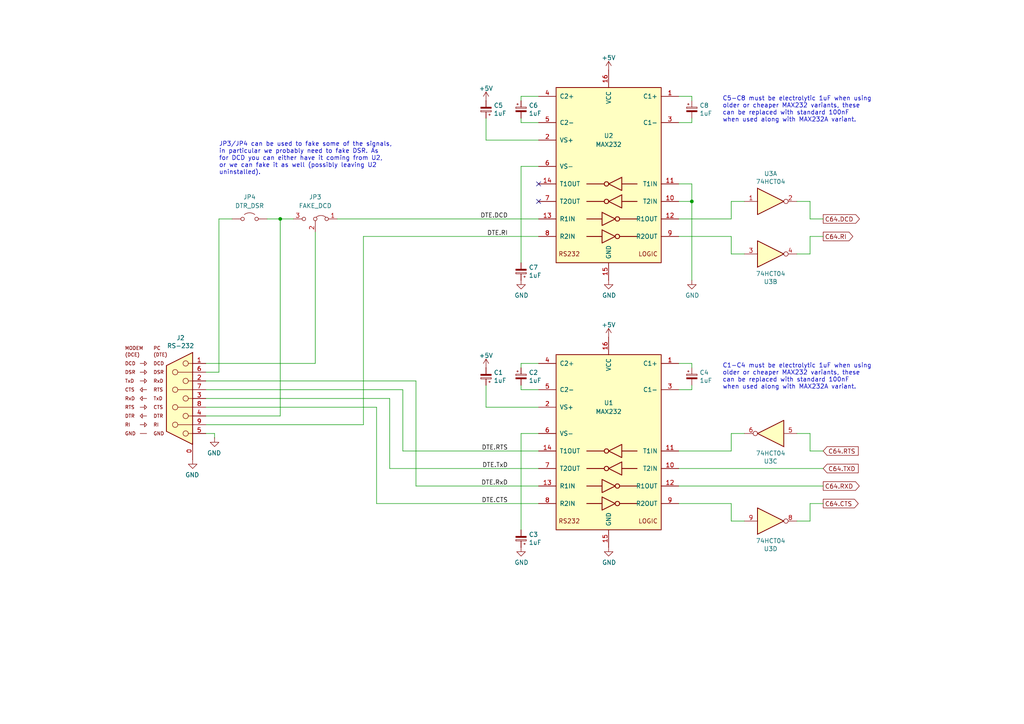
<source format=kicad_sch>
(kicad_sch (version 20231120) (generator "eeschema") (generator_version "8.0")
  (paper "A4")
  (lib_symbols
    (symbol "74xx:74HCT04"
      (property "Reference" "U" (at 0 1.27 0))
      (property "Value" "74HCT04" (at 0 -1.27 0))
      (symbol "74HCT04_1_0"
        (polyline (pts (xy -3.81 3.81) (xy -3.81 -3.81) (xy 3.81 0) (xy -3.81 3.81)) (stroke (width 0.254)) (fill (type background)))
        (pin input line (at -7.62 0 0) (length 3.81) (name "~") (number "1"))
        (pin output inverted (at 7.62 0 180) (length 3.81) (name "~") (number "2"))
      )
      (symbol "74HCT04_2_0"
        (polyline (pts (xy -3.81 3.81) (xy -3.81 -3.81) (xy 3.81 0) (xy -3.81 3.81)) (stroke (width 0.254)) (fill (type background)))
        (pin input line (at -7.62 0 0) (length 3.81) (name "~") (number "3"))
        (pin output inverted (at 7.62 0 180) (length 3.81) (name "~") (number "4"))
      )
      (symbol "74HCT04_3_0"
        (polyline (pts (xy -3.81 3.81) (xy -3.81 -3.81) (xy 3.81 0) (xy -3.81 3.81)) (stroke (width 0.254)) (fill (type background)))
        (pin input line (at -7.62 0 0) (length 3.81) (name "~") (number "5"))
        (pin output inverted (at 7.62 0 180) (length 3.81) (name "~") (number "6"))
      )
      (symbol "74HCT04_4_0"
        (polyline (pts (xy -3.81 3.81) (xy -3.81 -3.81) (xy 3.81 0) (xy -3.81 3.81)) (stroke (width 0.254)) (fill (type background)))
        (pin output inverted (at 7.62 0 180) (length 3.81) (name "~") (number "8"))
        (pin input line (at -7.62 0 0) (length 3.81) (name "~") (number "9"))
      )
      (symbol "74HCT04_5_0"
        (polyline (pts (xy -3.81 3.81) (xy -3.81 -3.81) (xy 3.81 0) (xy -3.81 3.81)) (stroke (width 0.254)) (fill (type background)))
        (pin output inverted (at 7.62 0 180) (length 3.81) (name "~") (number "10"))
        (pin input line (at -7.62 0 0) (length 3.81) (name "~") (number "11"))
      )
      (symbol "74HCT04_6_0"
        (polyline (pts (xy -3.81 3.81) (xy -3.81 -3.81) (xy 3.81 0) (xy -3.81 3.81)) (stroke (width 0.254)) (fill (type background)))
        (pin output inverted (at 7.62 0 180) (length 3.81) (name "~") (number "12"))
        (pin input line (at -7.62 0 0) (length 3.81) (name "~") (number "13"))
      )
      (symbol "74HCT04_7_0"
        (pin power_in line (at 0 12.7 270) (length 5.08) (name "VCC") (number "14"))
        (pin power_in line (at 0 -12.7 90) (length 5.08) (name "GND") (number "7"))
      )
      (symbol "74HCT04_7_1"
        (rectangle (start -5.08 7.62) (end 5.08 -7.62) (stroke (width 0.254)) (fill (type background)))
      )
    )
    (symbol "Device:C_Polarized_Small" (pin_numbers hide) (pin_names (offset 0.254) hide)
      (property "Reference" "C" (at 0.254 1.778 0))
      (property "Value" "C_Polarized_Small" (at 0.254 -2.032 0))
      (symbol "C_Polarized_Small_0_1"
        (rectangle (start -1.524 -0.3048) (end 1.524 -0.6858) (fill (type outline)))
        (rectangle (start -1.524 0.6858) (end 1.524 0.3048))
        (polyline (pts (xy -1.27 1.524) (xy -0.762 1.524)))
        (polyline (pts (xy -1.016 1.27) (xy -1.016 1.778)))
      )
      (symbol "C_Polarized_Small_1_1"
        (pin passive line (at 0 2.54 270) (length 1.8542) (name "~") (number "1"))
        (pin passive line (at 0 -2.54 90) (length 1.8542) (name "~") (number "2"))
      )
    )
    (symbol "Interface_UART:MAX232" (pin_names (offset 1.016))
      (property "Reference" "U" (at -2.54 28.575 0))
      (property "Value" "MAX232" (at -2.54 26.67 0))
      (symbol "MAX232_0_0"
        (text "LOGIC" (at -11.43 -22.86 0) (effects (font (size 1.27 1.27))))
        (text "RS232" (at 11.43 -22.86 0) (effects (font (size 1.27 1.27))))
      )
      (symbol "MAX232_0_1"
        (rectangle (start -15.24 -25.4) (end 15.24 25.4) (stroke (width 0.254)) (fill (type background)))
        (circle (center -2.54 -17.78) (radius 0.635) (stroke (width 0.254)))
        (circle (center -2.54 -12.7) (radius 0.635) (stroke (width 0.254)))
        (polyline (pts (xy -3.81 -7.62) (xy -8.255 -7.62)) (stroke (width 0.254)))
        (polyline (pts (xy -3.81 -2.54) (xy -8.255 -2.54)) (stroke (width 0.254)))
        (polyline (pts (xy -3.175 -17.78) (xy -8.255 -17.78)) (stroke (width 0.254)))
        (polyline (pts (xy -3.175 -12.7) (xy -8.255 -12.7)) (stroke (width 0.254)))
        (polyline (pts (xy 1.27 -7.62) (xy 6.35 -7.62)) (stroke (width 0.254)))
        (polyline (pts (xy 1.27 -2.54) (xy 6.35 -2.54)) (stroke (width 0.254)))
        (polyline (pts (xy 1.905 -17.78) (xy 6.35 -17.78)) (stroke (width 0.254)))
        (polyline (pts (xy 1.905 -12.7) (xy 6.35 -12.7)) (stroke (width 0.254)))
        (polyline (pts (xy -3.81 -5.715) (xy -3.81 -9.525) (xy 0 -7.62) (xy -3.81 -5.715)) (stroke (width 0.254)))
        (polyline (pts (xy -3.81 -0.635) (xy -3.81 -4.445) (xy 0 -2.54) (xy -3.81 -0.635)) (stroke (width 0.254)))
        (polyline (pts (xy 1.905 -15.875) (xy 1.905 -19.685) (xy -1.905 -17.78) (xy 1.905 -15.875)) (stroke (width 0.254)))
        (polyline (pts (xy 1.905 -10.795) (xy 1.905 -14.605) (xy -1.905 -12.7) (xy 1.905 -10.795)) (stroke (width 0.254)))
        (circle (center 0.635 -7.62) (radius 0.635) (stroke (width 0.254)))
        (circle (center 0.635 -2.54) (radius 0.635) (stroke (width 0.254)))
      )
      (symbol "MAX232_1_1"
        (pin passive line (at -20.32 22.86 0) (length 5.08) (name "C1+") (number "1"))
        (pin input line (at -20.32 -7.62 0) (length 5.08) (name "T2IN") (number "10"))
        (pin input line (at -20.32 -2.54 0) (length 5.08) (name "T1IN") (number "11"))
        (pin output line (at -20.32 -12.7 0) (length 5.08) (name "R1OUT") (number "12"))
        (pin input line (at 20.32 -12.7 180) (length 5.08) (name "R1IN") (number "13"))
        (pin output line (at 20.32 -2.54 180) (length 5.08) (name "T1OUT") (number "14"))
        (pin power_in line (at 0 -30.48 90) (length 5.08) (name "GND") (number "15"))
        (pin power_in line (at 0 30.48 270) (length 5.08) (name "VCC") (number "16"))
        (pin power_out line (at 20.32 10.16 180) (length 5.08) (name "VS+") (number "2"))
        (pin passive line (at -20.32 15.24 0) (length 5.08) (name "C1-") (number "3"))
        (pin passive line (at 20.32 22.86 180) (length 5.08) (name "C2+") (number "4"))
        (pin passive line (at 20.32 15.24 180) (length 5.08) (name "C2-") (number "5"))
        (pin power_out line (at 20.32 2.54 180) (length 5.08) (name "VS-") (number "6"))
        (pin output line (at 20.32 -7.62 180) (length 5.08) (name "T2OUT") (number "7"))
        (pin input line (at 20.32 -17.78 180) (length 5.08) (name "R2IN") (number "8"))
        (pin output line (at -20.32 -17.78 0) (length 5.08) (name "R2OUT") (number "9"))
      )
    )
    (symbol "Jumper:Jumper_2_Open" (pin_numbers hide) (pin_names (offset 0) hide) (exclude_from_sim yes)
      (property "Reference" "JP" (at 0 2.794 0))
      (property "Value" "Jumper_2_Open" (at 0 -2.286 0))
      (symbol "Jumper_2_Open_0_0"
        (circle (center -2.032 0) (radius 0.508))
        (circle (center 2.032 0) (radius 0.508))
      )
      (symbol "Jumper_2_Open_0_1"
        (arc (start 1.524 1.27) (mid 0 1.778) (end -1.524 1.27))
      )
      (symbol "Jumper_2_Open_1_1"
        (pin passive line (at -5.08 0 0) (length 2.54) (name "A") (number "1"))
        (pin passive line (at 5.08 0 180) (length 2.54) (name "B") (number "2"))
      )
    )
    (symbol "Jumper:Jumper_3_Bridged12" (pin_names (offset 0) hide) (exclude_from_sim yes) (in_bom no)
      (property "Reference" "JP" (at -2.54 -2.54 0))
      (property "Value" "Jumper_3_Bridged12" (at 0 2.794 0))
      (symbol "Jumper_3_Bridged12_0_0"
        (circle (center -3.302 0) (radius 0.508))
        (circle (center 0 0) (radius 0.508))
        (circle (center 3.302 0) (radius 0.508))
      )
      (symbol "Jumper_3_Bridged12_0_1"
        (arc (start -0.254 0.508) (mid -1.651 0.9912) (end -3.048 0.508))
        (polyline (pts (xy 0 -1.27) (xy 0 -0.508)))
      )
      (symbol "Jumper_3_Bridged12_1_1"
        (pin passive line (at -6.35 0 0) (length 2.54) (name "A") (number "1"))
        (pin passive line (at 0 -3.81 90) (length 2.54) (name "C") (number "2"))
        (pin passive line (at 6.35 0 180) (length 2.54) (name "B") (number "3"))
      )
    )
    (symbol "power:+5V" (power) (pin_numbers hide) (pin_names (offset 0) hide)
      (property "Value" "+5V" (at 0 3.556 0))
      (symbol "+5V_0_1"
        (polyline (pts (xy -0.762 1.27) (xy 0 2.54)))
        (polyline (pts (xy 0 0) (xy 0 2.54)))
        (polyline (pts (xy 0 2.54) (xy 0.762 1.27)))
      )
      (symbol "+5V_1_1"
        (pin power_in line (at 0 0 90) (length 0) (name "~") (number "1"))
      )
    )
    (symbol "power:GND" (power) (pin_numbers hide) (pin_names (offset 0) hide)
      (property "Value" "GND" (at 0 -3.81 0))
      (symbol "GND_0_1"
        (polyline (pts (xy 0 0) (xy 0 -1.27) (xy 1.27 -1.27) (xy 0 -2.54) (xy -1.27 -1.27) (xy 0 -1.27)))
      )
      (symbol "GND_1_1"
        (pin power_in line (at 0 0 270) (length 0) (name "~") (number "1"))
      )
    )
    (symbol "rs232_port:RS232_DTE" (pin_names (offset 1.016) hide)
      (property "Reference" "J" (at 0 13.97 0))
      (property "Value" "RS232_DTE" (at 2.794 -14.986 0))
      (symbol "RS232_DTE_0_0"
        (text "DSR" (at 15.875 7.62 0) (effects (font (size 0.9906 0.9906)) (justify right)))
      )
      (symbol "RS232_DTE_0_1"
        (circle (center -1.778 -10.16) (radius 0.762))
        (circle (center -1.778 -5.08) (radius 0.762))
        (circle (center -1.778 0) (radius 0.762))
        (circle (center -1.778 5.08) (radius 0.762))
        (circle (center -1.778 10.16) (radius 0.762))
        (polyline (pts (xy -3.81 -10.16) (xy -2.54 -10.16)))
        (polyline (pts (xy -3.81 -7.62) (xy 0.508 -7.62)))
        (polyline (pts (xy -3.81 -5.08) (xy -2.54 -5.08)))
        (polyline (pts (xy -3.81 -2.54) (xy 0.508 -2.54)))
        (polyline (pts (xy -3.81 0) (xy -2.54 0)))
        (polyline (pts (xy -3.81 2.54) (xy 0.508 2.54)))
        (polyline (pts (xy -3.81 5.08) (xy -2.54 5.08)))
        (polyline (pts (xy -3.81 7.62) (xy 0.508 7.62)))
        (polyline (pts (xy -3.81 10.16) (xy -2.54 10.16)))
        (polyline (pts (xy -3.81 13.335) (xy -3.81 -13.335) (xy 3.81 -9.525) (xy 3.81 9.525) (xy -3.81 13.335)) (stroke (width 0.254)) (fill (type background)))
        (circle (center 1.27 -7.62) (radius 0.762))
        (circle (center 1.27 -2.54) (radius 0.762))
        (circle (center 1.27 2.54) (radius 0.762))
        (circle (center 1.27 7.62) (radius 0.762))
      )
      (symbol "RS232_DTE_1_1"
        (polyline (pts (xy 10.16 -7.62) (xy 11.43 -7.62)))
        (polyline (pts (xy 10.16 -2.54) (xy 11.43 -2.54)))
        (polyline (pts (xy 10.16 5.08) (xy 11.43 5.08)))
        (polyline (pts (xy 10.16 7.62) (xy 11.43 7.62)))
        (polyline (pts (xy 10.16 10.16) (xy 11.43 10.16)))
        (polyline (pts (xy 10.795 -5.08) (xy 9.525 -5.08)))
        (polyline (pts (xy 10.795 0) (xy 9.525 0)))
        (polyline (pts (xy 10.795 2.54) (xy 9.525 2.54)))
        (polyline (pts (xy 11.43 -10.16) (xy 9.525 -10.16)))
        (polyline (pts (xy 9.525 -7.62) (xy 10.16 -6.985) (xy 10.16 -8.255) (xy 9.525 -7.62)))
        (polyline (pts (xy 9.525 -2.54) (xy 10.16 -1.905) (xy 10.16 -3.175) (xy 9.525 -2.54)))
        (polyline (pts (xy 9.525 5.08) (xy 10.16 5.715) (xy 10.16 4.445) (xy 9.525 5.08)))
        (polyline (pts (xy 9.525 7.62) (xy 10.16 8.255) (xy 10.16 6.985) (xy 9.525 7.62)))
        (polyline (pts (xy 9.525 10.16) (xy 10.16 10.795) (xy 10.16 9.525) (xy 9.525 10.16)))
        (polyline (pts (xy 11.43 -5.08) (xy 10.795 -5.715) (xy 10.795 -4.445) (xy 11.43 -5.08)))
        (polyline (pts (xy 11.43 0) (xy 10.795 -0.635) (xy 10.795 0.635) (xy 11.43 0)))
        (polyline (pts (xy 11.43 2.54) (xy 10.795 1.905) (xy 10.795 3.175) (xy 11.43 2.54)))
        (text "(DCE)" (at 15.875 12.7 0) (effects (font (size 0.9906 0.9906)) (justify right)))
        (text "(DTE)" (at 7.62 12.7 0) (effects (font (size 0.9906 0.9906)) (justify right)))
        (text "CTS" (at 7.62 -2.54 0) (effects (font (size 0.9906 0.9906)) (justify right)))
        (text "CTS" (at 15.875 2.54 0) (effects (font (size 0.9906 0.9906)) (justify right)))
        (text "DCD" (at 7.62 10.16 0) (effects (font (size 0.9906 0.9906)) (justify right)))
        (text "DCD" (at 15.875 10.16 0) (effects (font (size 0.9906 0.9906)) (justify right)))
        (text "DSR" (at 7.62 7.62 0) (effects (font (size 0.9906 0.9906)) (justify right)))
        (text "DTR" (at 7.62 -5.08 0) (effects (font (size 0.9906 0.9906)) (justify right)))
        (text "DTR" (at 15.875 -5.08 0) (effects (font (size 0.9906 0.9906)) (justify right)))
        (text "GND" (at 7.62 -10.16 0) (effects (font (size 0.9906 0.9906)) (justify right)))
        (text "GND" (at 15.875 -10.16 0) (effects (font (size 0.9906 0.9906)) (justify right)))
        (text "MODEM" (at 15.875 14.605 0) (effects (font (size 0.9906 0.9906)) (justify right)))
        (text "PC" (at 7.62 14.605 0) (effects (font (size 0.9906 0.9906)) (justify right)))
        (text "RI" (at 7.62 -7.62 0) (effects (font (size 0.9906 0.9906)) (justify right)))
        (text "RI" (at 15.875 -7.62 0) (effects (font (size 0.9906 0.9906)) (justify right)))
        (text "RTS" (at 7.62 2.54 0) (effects (font (size 0.9906 0.9906)) (justify right)))
        (text "RTS" (at 15.875 -2.54 0) (effects (font (size 0.9906 0.9906)) (justify right)))
        (text "RxD" (at 7.62 5.08 0) (effects (font (size 0.9906 0.9906)) (justify right)))
        (text "RxD" (at 15.875 0 0) (effects (font (size 0.9906 0.9906)) (justify right)))
        (text "TxD" (at 7.62 0 0) (effects (font (size 0.9906 0.9906)) (justify right)))
        (text "TxD" (at 15.875 5.08 0) (effects (font (size 0.9906 0.9906)) (justify right)))
        (pin passive line (at -3.81 -17.78 90) (length 5.08) (name "S") (number "0"))
        (pin output line (at -7.62 10.16 0) (length 3.81) (name "1") (number "1"))
        (pin output line (at -7.62 5.08 0) (length 3.81) (name "2") (number "2"))
        (pin input line (at -7.62 0 0) (length 3.81) (name "3") (number "3"))
        (pin input line (at -7.62 -5.08 0) (length 3.81) (name "4") (number "4"))
        (pin passive line (at -7.62 -10.16 0) (length 3.81) (name "5") (number "5"))
        (pin output line (at -7.62 7.62 0) (length 3.81) (name "6") (number "6"))
        (pin input line (at -7.62 2.54 0) (length 3.81) (name "7") (number "7"))
        (pin output line (at -7.62 -2.54 0) (length 3.81) (name "8") (number "8"))
        (pin output line (at -7.62 -7.62 0) (length 3.81) (name "9") (number "9"))
      )
    )
  )
  (junction (at 81.28 63.5))
  (junction (at 200.66 58.42))
  (no_connect (at 156.21 58.42))
  (no_connect (at 156.21 53.34))
  (wire (pts (xy 97.79 63.5) (xy 156.21 63.5)))
  (wire (pts (xy 200.66 81.28) (xy 200.66 58.42)))
  (wire (pts (xy 215.9 125.73) (xy 212.09 125.73)))
  (wire (pts (xy 109.22 146.05) (xy 109.22 118.11)))
  (wire (pts (xy 63.5 63.5) (xy 63.5 107.95)))
  (wire (pts (xy 113.03 135.89) (xy 113.03 115.57)))
  (wire (pts (xy 151.13 113.03) (xy 156.21 113.03)))
  (wire (pts (xy 200.66 105.41) (xy 200.66 106.68)))
  (wire (pts (xy 151.13 27.94) (xy 156.21 27.94)))
  (wire (pts (xy 234.95 58.42) (xy 234.95 63.5)))
  (wire (pts (xy 151.13 111.76) (xy 151.13 113.03)))
  (wire (pts (xy 151.13 125.73) (xy 151.13 153.67)))
  (wire (pts (xy 200.66 27.94) (xy 200.66 29.21)))
  (wire (pts (xy 120.65 140.97) (xy 156.21 140.97)))
  (wire (pts (xy 116.84 130.81) (xy 156.21 130.81)))
  (wire (pts (xy 231.14 151.13) (xy 234.95 151.13)))
  (wire (pts (xy 156.21 135.89) (xy 113.03 135.89)))
  (wire (pts (xy 77.47 63.5) (xy 81.28 63.5)))
  (wire (pts (xy 212.09 146.05) (xy 212.09 151.13)))
  (wire (pts (xy 212.09 58.42) (xy 212.09 63.5)))
  (wire (pts (xy 234.95 68.58) (xy 234.95 73.66)))
  (wire (pts (xy 59.69 105.41) (xy 91.44 105.41)))
  (wire (pts (xy 151.13 125.73) (xy 156.21 125.73)))
  (wire (pts (xy 196.85 140.97) (xy 238.76 140.97)))
  (wire (pts (xy 140.97 118.11) (xy 156.21 118.11)))
  (wire (pts (xy 234.95 125.73) (xy 234.95 130.81)))
  (wire (pts (xy 212.09 151.13) (xy 215.9 151.13)))
  (wire (pts (xy 62.23 125.73) (xy 62.23 127)))
  (wire (pts (xy 234.95 146.05) (xy 234.95 151.13)))
  (wire (pts (xy 59.69 125.73) (xy 62.23 125.73)))
  (wire (pts (xy 231.14 58.42) (xy 234.95 58.42)))
  (wire (pts (xy 196.85 68.58) (xy 212.09 68.58)))
  (wire (pts (xy 67.31 63.5) (xy 63.5 63.5)))
  (wire (pts (xy 105.41 68.58) (xy 156.21 68.58)))
  (wire (pts (xy 85.09 63.5) (xy 81.28 63.5)))
  (wire (pts (xy 234.95 146.05) (xy 238.76 146.05)))
  (wire (pts (xy 59.69 113.03) (xy 116.84 113.03)))
  (wire (pts (xy 212.09 68.58) (xy 212.09 73.66)))
  (wire (pts (xy 200.66 35.56) (xy 196.85 35.56)))
  (wire (pts (xy 200.66 27.94) (xy 196.85 27.94)))
  (wire (pts (xy 59.69 118.11) (xy 109.22 118.11)))
  (wire (pts (xy 151.13 35.56) (xy 156.21 35.56)))
  (wire (pts (xy 120.65 110.49) (xy 120.65 140.97)))
  (wire (pts (xy 59.69 120.65) (xy 81.28 120.65)))
  (wire (pts (xy 212.09 73.66) (xy 215.9 73.66)))
  (wire (pts (xy 200.66 111.76) (xy 200.66 113.03)))
  (wire (pts (xy 231.14 73.66) (xy 234.95 73.66)))
  (wire (pts (xy 200.66 53.34) (xy 196.85 53.34)))
  (wire (pts (xy 140.97 111.76) (xy 140.97 118.11)))
  (wire (pts (xy 151.13 48.26) (xy 151.13 76.2)))
  (wire (pts (xy 200.66 105.41) (xy 196.85 105.41)))
  (wire (pts (xy 140.97 34.29) (xy 140.97 40.64)))
  (wire (pts (xy 234.95 68.58) (xy 238.76 68.58)))
  (wire (pts (xy 151.13 105.41) (xy 151.13 106.68)))
  (wire (pts (xy 105.41 68.58) (xy 105.41 123.19)))
  (wire (pts (xy 81.28 63.5) (xy 81.28 120.65)))
  (wire (pts (xy 231.14 125.73) (xy 234.95 125.73)))
  (wire (pts (xy 151.13 34.29) (xy 151.13 35.56)))
  (wire (pts (xy 200.66 113.03) (xy 196.85 113.03)))
  (wire (pts (xy 151.13 27.94) (xy 151.13 29.21)))
  (wire (pts (xy 91.44 67.31) (xy 91.44 105.41)))
  (wire (pts (xy 196.85 146.05) (xy 212.09 146.05)))
  (wire (pts (xy 59.69 110.49) (xy 120.65 110.49)))
  (wire (pts (xy 196.85 130.81) (xy 212.09 130.81)))
  (wire (pts (xy 196.85 135.89) (xy 238.76 135.89)))
  (wire (pts (xy 215.9 58.42) (xy 212.09 58.42)))
  (wire (pts (xy 234.95 130.81) (xy 238.76 130.81)))
  (wire (pts (xy 196.85 63.5) (xy 212.09 63.5)))
  (wire (pts (xy 200.66 58.42) (xy 196.85 58.42)))
  (wire (pts (xy 156.21 146.05) (xy 109.22 146.05)))
  (wire (pts (xy 151.13 48.26) (xy 156.21 48.26)))
  (wire (pts (xy 59.69 107.95) (xy 63.5 107.95)))
  (wire (pts (xy 212.09 125.73) (xy 212.09 130.81)))
  (wire (pts (xy 200.66 58.42) (xy 200.66 53.34)))
  (wire (pts (xy 140.97 40.64) (xy 156.21 40.64)))
  (wire (pts (xy 234.95 63.5) (xy 238.76 63.5)))
  (wire (pts (xy 59.69 123.19) (xy 105.41 123.19)))
  (wire (pts (xy 200.66 34.29) (xy 200.66 35.56)))
  (wire (pts (xy 59.69 115.57) (xy 113.03 115.57)))
  (wire (pts (xy 116.84 113.03) (xy 116.84 130.81)))
  (wire (pts (xy 151.13 105.41) (xy 156.21 105.41)))
  (text "C1-C4 must be electrolytic 1uF when using\nolder or cheaper MAX232 variants, these\ncan be replaced with standard 100nF\nwhen used along with MAX232A variant." (at 209.55 113.03 0) (effects (font (size 1.27 1.27)) (justify left bottom)))
  (text "C5-C8 must be electrolytic 1uF when using\nolder or cheaper MAX232 variants, these\ncan be replaced with standard 100nF\nwhen used along with MAX232A variant." (at 209.55 35.56 0) (effects (font (size 1.27 1.27)) (justify left bottom)))
  (text "JP3/JP4 can be used to fake some of the signals,\nin particular we probably need to fake DSR. As\nfor DCD you can either have it coming from U2,\nor we can fake it as well (possibly leaving U2\nuninstalled)." (at 63.5 50.8 0) (effects (font (size 1.27 1.27)) (justify left bottom)))
  (label "DTE.RxD" (at 147.32 140.97 180))
  (label "DTE.RI" (at 147.32 68.58 180))
  (label "DTE.RTS" (at 147.32 130.81 180))
  (label "DTE.CTS" (at 147.32 146.05 180))
  (label "DTE.TxD" (at 147.32 135.89 180))
  (label "DTE.DCD" (at 147.32 63.5 180))
  (global_label "C64.RI" (shape output) (at 238.76 68.58 0) (property "Intersheetrefs" "${INTERSHEET_REFS}" (effects (hide yes))))
  (global_label "C64.DCD" (shape output) (at 238.76 63.5 0) (property "Intersheetrefs" "${INTERSHEET_REFS}" (effects (hide yes))))
  (global_label "C64.TXD" (shape input) (at 238.76 135.89 0) (property "Intersheetrefs" "${INTERSHEET_REFS}" (effects (hide yes))))
  (global_label "C64.RXD" (shape output) (at 238.76 140.97 0) (property "Intersheetrefs" "${INTERSHEET_REFS}" (effects (hide yes))))
  (global_label "C64.RTS" (shape input) (at 238.76 130.81 0) (property "Intersheetrefs" "${INTERSHEET_REFS}" (effects (hide yes))))
  (global_label "C64.CTS" (shape output) (at 238.76 146.05 0) (property "Intersheetrefs" "${INTERSHEET_REFS}" (effects (hide yes))))
  (symbol (lib_id "power:+5V") (at 176.53 97.79 0) (unit 1)
    (property "Reference" "#PWR07" (effects (hide yes)))
    (property "Value" "+5V" (at 176.53 94.234 0))
    (property "Description" "Power symbol creates a global label with name \"+5V\"" (effects (hide yes)))
  )
  (symbol (lib_id "Device:C_Polarized_Small") (at 151.13 109.22 0) (unit 1)
    (property "Reference" "C2" (at 153.3652 108.0516 0) (effects (justify left)))
    (property "Value" "1uF" (at 153.3652 110.363 0) (effects (justify left)))
    (property "Footprint" "BulkyModem:CP_Radial_D4.0mm_P2.00mm_Custom" (effects (hide yes)))
    (property "Description" "Polarized capacitor, small symbol" (effects (hide yes)))
  )
  (symbol (lib_id "power:GND") (at 151.13 158.75 0) (unit 1)
    (property "Reference" "#PWR06" (effects (hide yes)))
    (property "Value" "GND" (at 151.257 163.1442 0))
    (property "Description" "Power symbol creates a global label with name \"GND\" , ground" (effects (hide yes)))
  )
  (symbol (lib_id "power:GND") (at 62.23 127 0) (mirror y) (unit 1)
    (property "Reference" "#PWR04" (effects (hide yes)))
    (property "Value" "GND" (at 62.103 131.3942 0))
    (property "Description" "Power symbol creates a global label with name \"GND\" , ground" (effects (hide yes)))
  )
  (symbol (lib_id "74xx:74HCT04") (at 223.52 73.66 0) (mirror x) (unit 2)
    (property "Reference" "U3" (at 223.52 81.7118 0))
    (property "Value" "74HCT04" (at 223.52 79.4004 0))
    (property "Footprint" "Package_DIP:DIP-14_W7.62mm_Socket_LongPads" (effects (hide yes)))
    (property "Datasheet" "https://assets.nexperia.com/documents/data-sheet/74HC_HCT04.pdf" (effects (hide yes)))
    (property "Description" "Hex Inverter" (effects (hide yes)))
  )
  (symbol (lib_id "74xx:74HCT04") (at 223.52 58.42 0) (unit 1)
    (property "Reference" "U3" (at 223.52 50.3682 0))
    (property "Value" "74HCT04" (at 223.52 52.6796 0))
    (property "Footprint" "Package_DIP:DIP-14_W7.62mm_Socket_LongPads" (effects (hide yes)))
    (property "Datasheet" "https://assets.nexperia.com/documents/data-sheet/74HC_HCT04.pdf" (effects (hide yes)))
    (property "Description" "Hex Inverter" (effects (hide yes)))
  )
  (symbol (lib_id "power:GND") (at 176.53 81.28 0) (unit 1)
    (property "Reference" "#PWR013" (effects (hide yes)))
    (property "Value" "GND" (at 176.657 85.6742 0))
    (property "Description" "Power symbol creates a global label with name \"GND\" , ground" (effects (hide yes)))
  )
  (symbol (lib_id "power:+5V") (at 176.53 20.32 0) (unit 1)
    (property "Reference" "#PWR012" (effects (hide yes)))
    (property "Value" "+5V" (at 176.53 16.764 0))
    (property "Description" "Power symbol creates a global label with name \"+5V\"" (effects (hide yes)))
  )
  (symbol (lib_id "74xx:74HCT04") (at 223.52 151.13 0) (mirror x) (unit 4)
    (property "Reference" "U3" (at 223.52 159.1818 0))
    (property "Value" "74HCT04" (at 223.52 156.8704 0))
    (property "Footprint" "Package_DIP:DIP-14_W7.62mm_Socket_LongPads" (effects (hide yes)))
    (property "Datasheet" "https://assets.nexperia.com/documents/data-sheet/74HC_HCT04.pdf" (effects (hide yes)))
    (property "Description" "Hex Inverter" (effects (hide yes)))
  )
  (symbol (lib_id "Device:C_Polarized_Small") (at 151.13 78.74 180) (unit 1)
    (property "Reference" "C7" (at 153.3652 77.5716 0) (effects (justify right)))
    (property "Value" "1uF" (at 153.3652 79.883 0) (effects (justify right)))
    (property "Footprint" "BulkyModem:CP_Radial_D4.0mm_P2.00mm_Custom" (effects (hide yes)))
    (property "Description" "Polarized capacitor, small symbol" (effects (hide yes)))
  )
  (symbol (lib_id "power:GND") (at 200.66 81.28 0) (unit 1)
    (property "Reference" "#PWR014" (effects (hide yes)))
    (property "Value" "GND" (at 200.787 85.6742 0))
    (property "Description" "Power symbol creates a global label with name \"GND\" , ground" (effects (hide yes)))
  )
  (symbol (lib_id "Device:C_Polarized_Small") (at 200.66 109.22 0) (unit 1)
    (property "Reference" "C4" (at 202.8952 108.0516 0) (effects (justify left)))
    (property "Value" "1uF" (at 202.8952 110.363 0) (effects (justify left)))
    (property "Footprint" "BulkyModem:CP_Radial_D4.0mm_P2.00mm_Custom" (effects (hide yes)))
    (property "Description" "Polarized capacitor, small symbol" (effects (hide yes)))
  )
  (symbol (lib_id "power:GND") (at 55.88 133.35 0) (mirror y) (unit 1)
    (property "Reference" "#PWR03" (effects (hide yes)))
    (property "Value" "GND" (at 55.753 137.7442 0))
    (property "Description" "Power symbol creates a global label with name \"GND\" , ground" (effects (hide yes)))
  )
  (symbol (lib_id "Jumper:Jumper_3_Bridged12") (at 91.44 63.5 0) (mirror y) (unit 1) (exclude_from_sim yes) (in_bom no)
    (property "Reference" "JP3" (at 91.44 57.15 0))
    (property "Value" "FAKE_DCD" (at 91.44 59.69 0))
    (property "Footprint" "Connector_PinHeader_2.54mm:PinHeader_1x03_P2.54mm_Vertical" (effects (hide yes)))
    (property "Description" "Jumper, 3-pole, pins 1+2 closed/bridged" (effects (hide yes)))
  )
  (symbol (lib_id "74xx:74HCT04") (at 223.52 125.73 180) (unit 3)
    (property "Reference" "U3" (at 223.52 133.7818 0))
    (property "Value" "74HCT04" (at 223.52 131.4704 0))
    (property "Footprint" "Package_DIP:DIP-14_W7.62mm_Socket_LongPads" (effects (hide yes)))
    (property "Datasheet" "https://assets.nexperia.com/documents/data-sheet/74HC_HCT04.pdf" (effects (hide yes)))
    (property "Description" "Hex Inverter" (effects (hide yes)))
  )
  (symbol (lib_id "Device:C_Polarized_Small") (at 151.13 31.75 0) (unit 1)
    (property "Reference" "C6" (at 153.3652 30.5816 0) (effects (justify left)))
    (property "Value" "1uF" (at 153.3652 32.893 0) (effects (justify left)))
    (property "Footprint" "BulkyModem:CP_Radial_D4.0mm_P2.00mm_Custom" (effects (hide yes)))
    (property "Description" "Polarized capacitor, small symbol" (effects (hide yes)))
  )
  (symbol (lib_id "power:+5V") (at 140.97 106.68 0) (unit 1)
    (property "Reference" "#PWR05" (effects (hide yes)))
    (property "Value" "+5V" (at 140.97 103.124 0))
    (property "Description" "Power symbol creates a global label with name \"+5V\"" (effects (hide yes)))
  )
  (symbol (lib_id "Interface_UART:MAX232") (at 176.53 50.8 0) (mirror y) (unit 1)
    (property "Reference" "U2" (at 176.53 39.37 0))
    (property "Value" "MAX232" (at 176.53 41.91 0))
    (property "Footprint" "Package_DIP:DIP-16_W7.62mm_Socket_LongPads" (effects (hide yes)))
    (property "Datasheet" "http://www.ti.com/lit/ds/symlink/max232.pdf" (effects (hide yes)))
    (property "Description" "Dual RS232 driver/receiver, 5V supply, 120kb/s, 0C-70C" (effects (hide yes)))
  )
  (symbol (lib_id "Device:C_Polarized_Small") (at 151.13 156.21 180) (unit 1)
    (property "Reference" "C3" (at 153.3652 155.0416 0) (effects (justify right)))
    (property "Value" "1uF" (at 153.3652 157.353 0) (effects (justify right)))
    (property "Footprint" "BulkyModem:CP_Radial_D4.0mm_P2.00mm_Custom" (effects (hide yes)))
    (property "Description" "Polarized capacitor, small symbol" (effects (hide yes)))
  )
  (symbol (lib_id "rs232_port:RS232_DTE") (at 52.07 115.57 0) (mirror y) (unit 1)
    (property "Reference" "J2" (at 52.3748 97.9932 0))
    (property "Value" "RS-232" (at 52.3748 100.3046 0))
    (property "Footprint" "RND_DSUB:DSUB-9_Male_Horizontal_P2.77x2.84mm_EdgePinOffset7.70mm_Housed_MountingHolesOffset9.12mm" (effects (hide yes)))
    (property "Datasheet" " ~" (effects (hide yes)))
    (property "Description" "9-pin male D-SUB connector" (effects (hide yes)))
  )
  (symbol (lib_id "Jumper:Jumper_2_Open") (at 72.39 63.5 0) (unit 1) (exclude_from_sim yes)
    (property "Reference" "JP4" (at 72.39 57.15 0))
    (property "Value" "DTR_DSR" (at 72.39 59.69 0))
    (property "Footprint" "Connector_PinHeader_2.54mm:PinHeader_1x02_P2.54mm_Vertical" (effects (hide yes)))
    (property "Description" "Jumper, 2-pole, open" (effects (hide yes)))
  )
  (symbol (lib_id "power:+5V") (at 140.97 29.21 0) (unit 1)
    (property "Reference" "#PWR010" (effects (hide yes)))
    (property "Value" "+5V" (at 140.97 25.654 0))
    (property "Description" "Power symbol creates a global label with name \"+5V\"" (effects (hide yes)))
  )
  (symbol (lib_id "Device:C_Polarized_Small") (at 200.66 31.75 0) (unit 1)
    (property "Reference" "C8" (at 202.8952 30.5816 0) (effects (justify left)))
    (property "Value" "1uF" (at 202.8952 32.893 0) (effects (justify left)))
    (property "Footprint" "BulkyModem:CP_Radial_D4.0mm_P2.00mm_Custom" (effects (hide yes)))
    (property "Description" "Polarized capacitor, small symbol" (effects (hide yes)))
  )
  (symbol (lib_id "power:GND") (at 176.53 158.75 0) (unit 1)
    (property "Reference" "#PWR09" (effects (hide yes)))
    (property "Value" "GND" (at 176.657 163.1442 0))
    (property "Description" "Power symbol creates a global label with name \"GND\" , ground" (effects (hide yes)))
  )
  (symbol (lib_id "Interface_UART:MAX232") (at 176.53 128.27 0) (mirror y) (unit 1)
    (property "Reference" "U1" (at 176.53 116.84 0))
    (property "Value" "MAX232" (at 176.53 119.38 0))
    (property "Footprint" "Package_DIP:DIP-16_W7.62mm_Socket_LongPads" (effects (hide yes)))
    (property "Datasheet" "http://www.ti.com/lit/ds/symlink/max232.pdf" (effects (hide yes)))
    (property "Description" "Dual RS232 driver/receiver, 5V supply, 120kb/s, 0C-70C" (effects (hide yes)))
  )
  (symbol (lib_id "power:GND") (at 151.13 81.28 0) (unit 1)
    (property "Reference" "#PWR011" (effects (hide yes)))
    (property "Value" "GND" (at 151.257 85.6742 0))
    (property "Description" "Power symbol creates a global label with name \"GND\" , ground" (effects (hide yes)))
  )
  (symbol (lib_id "Device:C_Polarized_Small") (at 140.97 109.22 180) (unit 1)
    (property "Reference" "C1" (at 143.2052 108.0516 0) (effects (justify right)))
    (property "Value" "1uF" (at 143.2052 110.363 0) (effects (justify right)))
    (property "Footprint" "BulkyModem:CP_Radial_D4.0mm_P2.00mm_Custom" (effects (hide yes)))
    (property "Description" "Polarized capacitor, small symbol" (effects (hide yes)))
  )
  (symbol (lib_id "Device:C_Polarized_Small") (at 140.97 31.75 180) (unit 1)
    (property "Reference" "C5" (at 143.2052 30.5816 0) (effects (justify right)))
    (property "Value" "1uF" (at 143.2052 32.893 0) (effects (justify right)))
    (property "Footprint" "BulkyModem:CP_Radial_D4.0mm_P2.00mm_Custom" (effects (hide yes)))
    (property "Description" "Polarized capacitor, small symbol" (effects (hide yes)))
  )
)
</source>
